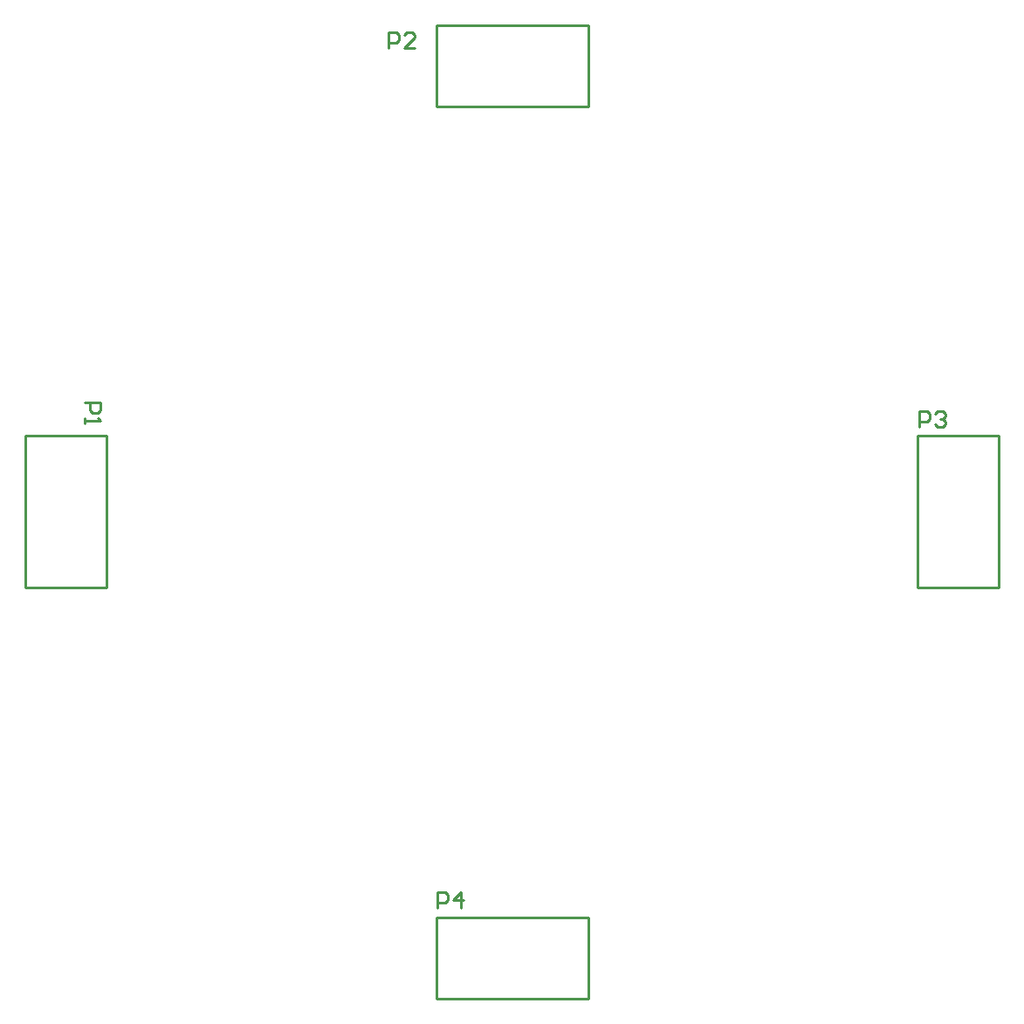
<source format=gto>
G04*
G04 #@! TF.GenerationSoftware,Altium Limited,Altium Designer,22.1.2 (22)*
G04*
G04 Layer_Color=65535*
%FSLAX25Y25*%
%MOIN*%
G70*
G04*
G04 #@! TF.SameCoordinates,036337EA-FE27-457D-A10F-76BC7524DD3D*
G04*
G04*
G04 #@! TF.FilePolarity,Positive*
G04*
G01*
G75*
%ADD10C,0.01000*%
D10*
X382677Y167299D02*
Y225299D01*
X351677D02*
X382677D01*
X351677Y167299D02*
X382677D01*
X351677Y225299D02*
X351677Y167299D01*
X167850Y10524D02*
X225850D01*
Y41524D01*
X167850Y10524D02*
Y41524D01*
X225850Y41524D01*
X42126Y167299D02*
Y225299D01*
X11126D02*
X42126D01*
X11126Y167299D02*
X42126D01*
X11126Y225299D02*
X11126Y167299D01*
X167850Y351075D02*
X225850D01*
Y382075D01*
X167850Y351075D02*
Y382075D01*
X225850Y382075D01*
X352200Y228800D02*
Y234798D01*
X355199D01*
X356199Y233798D01*
Y231799D01*
X355199Y230799D01*
X352200D01*
X358198Y233798D02*
X359198Y234798D01*
X361197D01*
X362197Y233798D01*
Y232799D01*
X361197Y231799D01*
X360197D01*
X361197D01*
X362197Y230799D01*
Y229800D01*
X361197Y228800D01*
X359198D01*
X358198Y229800D01*
X168400Y45000D02*
Y50998D01*
X171399D01*
X172399Y49998D01*
Y47999D01*
X171399Y46999D01*
X168400D01*
X177397Y45000D02*
Y50998D01*
X174398Y47999D01*
X178397D01*
X33551Y238148D02*
X39549D01*
Y235149D01*
X38549Y234150D01*
X36550D01*
X35550Y235149D01*
Y238148D01*
X33551Y232150D02*
Y230151D01*
Y231151D01*
X39549D01*
X38549Y232150D01*
X149502Y373501D02*
Y379499D01*
X152501D01*
X153500Y378499D01*
Y376500D01*
X152501Y375500D01*
X149502D01*
X159498Y373501D02*
X155500D01*
X159498Y377500D01*
Y378499D01*
X158499Y379499D01*
X156499D01*
X155500Y378499D01*
M02*

</source>
